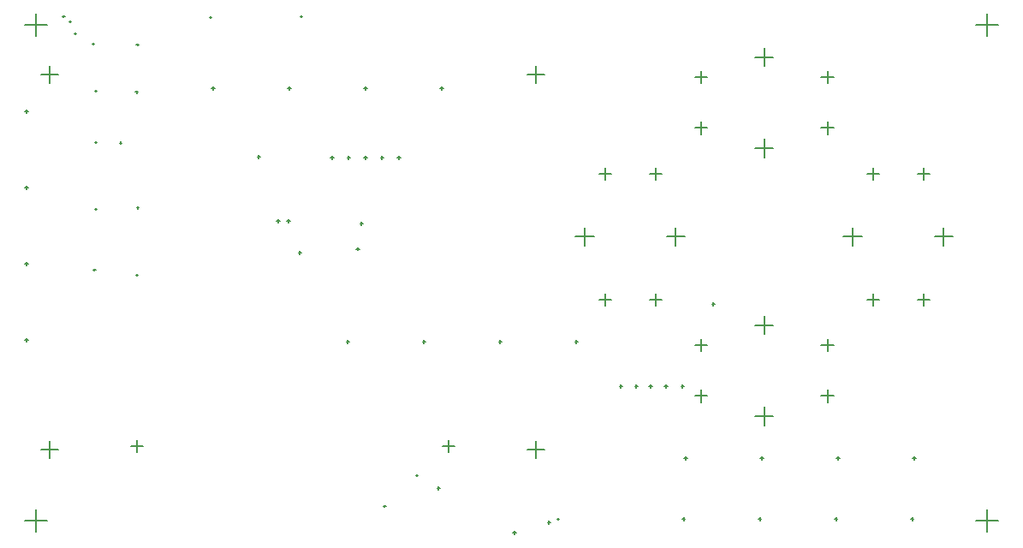
<source format=gbr>
%TF.GenerationSoftware,Altium Limited,Altium Designer,22.5.1 (42)*%
G04 Layer_Color=128*
%FSLAX45Y45*%
%MOMM*%
%TF.SameCoordinates,ADDB7551-072C-4BAF-947E-D85C9ED3ECA7*%
%TF.FilePolarity,Positive*%
%TF.FileFunction,Drillmap*%
%TF.Part,Single*%
G01*
G75*
%TA.AperFunction,NonConductor*%
%ADD32C,0.12700*%
D32*
X4316700Y1037737D02*
X4436700D01*
X4376700Y977737D02*
Y1097737D01*
X5156700Y1002737D02*
X5326700D01*
X5241700Y917737D02*
Y1087737D01*
X5156700Y4712737D02*
X5326700D01*
X5241700Y4627737D02*
Y4797737D01*
X346700Y1002737D02*
X516700D01*
X431700Y917737D02*
Y1087737D01*
X1236700Y1037737D02*
X1356700D01*
X1296700Y977737D02*
Y1097737D01*
X346700Y4712737D02*
X516700D01*
X431700Y4627737D02*
Y4797737D01*
X6814605Y2030600D02*
X6934595D01*
X6874600Y1970605D02*
Y2090595D01*
X6814605Y1530600D02*
X6934595D01*
X6874600Y1470605D02*
Y1590595D01*
X8064605Y1530600D02*
X8184595D01*
X8124600Y1470605D02*
Y1590595D01*
X8064605Y2030600D02*
X8184595D01*
X8124600Y1970605D02*
Y2090595D01*
X7409600Y2230600D02*
X7589600D01*
X7499600Y2140600D02*
Y2320600D01*
X7409600Y1330600D02*
X7589600D01*
X7499600Y1240600D02*
Y1420600D01*
X5864605Y2480600D02*
X5984595D01*
X5924600Y2420605D02*
Y2540595D01*
X6364605Y2480600D02*
X6484595D01*
X6424600Y2420605D02*
Y2540595D01*
X6364605Y3730600D02*
X6484595D01*
X6424600Y3670605D02*
Y3790595D01*
X5864605Y3730600D02*
X5984595D01*
X5924600Y3670605D02*
Y3790595D01*
X5634600Y3105600D02*
X5814600D01*
X5724600Y3015600D02*
Y3195600D01*
X6534600Y3105600D02*
X6714600D01*
X6624600Y3015600D02*
Y3195600D01*
X8514605Y2480600D02*
X8634595D01*
X8574600Y2420605D02*
Y2540595D01*
X9014605Y2480600D02*
X9134595D01*
X9074600Y2420605D02*
Y2540595D01*
X9014605Y3730600D02*
X9134595D01*
X9074600Y3670605D02*
Y3790595D01*
X8514605Y3730600D02*
X8634595D01*
X8574600Y3670605D02*
Y3790595D01*
X8284600Y3105600D02*
X8464600D01*
X8374600Y3015600D02*
Y3195600D01*
X9184600Y3105600D02*
X9364600D01*
X9274600Y3015600D02*
Y3195600D01*
X6814605Y4680600D02*
X6934595D01*
X6874600Y4620605D02*
Y4740595D01*
X6814605Y4180600D02*
X6934595D01*
X6874600Y4120605D02*
Y4240595D01*
X8064605Y4180600D02*
X8184595D01*
X8124600Y4120605D02*
Y4240595D01*
X8064605Y4680600D02*
X8184595D01*
X8124600Y4620605D02*
Y4740595D01*
X7409600Y4880600D02*
X7589600D01*
X7499600Y4790601D02*
Y4970600D01*
X7409600Y3980600D02*
X7589600D01*
X7499600Y3890600D02*
Y4070599D01*
X190000Y300000D02*
X410000D01*
X300000Y190000D02*
Y410000D01*
X9590000Y300000D02*
X9810000D01*
X9700000Y190000D02*
Y410000D01*
X9590000Y5200000D02*
X9810000D01*
X9700000Y5090000D02*
Y5310000D01*
X190000Y5200000D02*
X410000D01*
X300000Y5090000D02*
Y5310000D01*
X188200Y2087034D02*
X218200D01*
X203200Y2072034D02*
Y2102034D01*
X188200Y2840567D02*
X218200D01*
X203200Y2825567D02*
Y2855567D01*
X188200Y3594100D02*
X218200D01*
X203200Y3579100D02*
Y3609100D01*
X188200Y4347633D02*
X218200D01*
X203200Y4332633D02*
Y4362633D01*
X2033934Y4572000D02*
X2063934D01*
X2048934Y4557000D02*
Y4587000D01*
X2787467Y4572000D02*
X2817467D01*
X2802467Y4557000D02*
Y4587000D01*
X3541000Y4572000D02*
X3571000D01*
X3556000Y4557000D02*
Y4587000D01*
X4294533Y4572000D02*
X4324533D01*
X4309533Y4557000D02*
Y4587000D01*
X3367434Y2070100D02*
X3397434D01*
X3382434Y2055100D02*
Y2085100D01*
X4120967Y2070100D02*
X4150967D01*
X4135967Y2055100D02*
Y2085100D01*
X4874500Y2070100D02*
X4904500D01*
X4889500Y2055100D02*
Y2085100D01*
X5628033Y2070100D02*
X5658033D01*
X5643033Y2055100D02*
Y2085100D01*
X6707534Y914400D02*
X6737534D01*
X6722534Y899400D02*
Y929400D01*
X7461067Y914400D02*
X7491067D01*
X7476067Y899400D02*
Y929400D01*
X8214600Y914400D02*
X8244600D01*
X8229600Y899400D02*
Y929400D01*
X8968133Y914400D02*
X8998133D01*
X8983133Y899400D02*
Y929400D01*
X8947721Y314032D02*
X8977721D01*
X8962721Y299032D02*
Y329032D01*
X8194188Y314032D02*
X8224188D01*
X8209188Y299032D02*
Y329032D01*
X7440654Y314032D02*
X7470654D01*
X7455654Y299032D02*
Y329032D01*
X6687121Y314032D02*
X6717121D01*
X6702121Y299032D02*
Y329032D01*
X6982700Y2438400D02*
X7012700D01*
X6997700Y2423400D02*
Y2453400D01*
X1123094Y4035807D02*
X1143093D01*
X1133093Y4025807D02*
Y4045806D01*
X1291099Y5006851D02*
X1311099D01*
X1301099Y4996851D02*
Y5016851D01*
X1295307Y3393693D02*
X1315306D01*
X1305307Y3383694D02*
Y3403693D01*
X4054000Y749300D02*
X4074000D01*
X4064000Y739300D02*
Y759300D01*
X5451000Y317500D02*
X5471000D01*
X5461000Y307500D02*
Y327500D01*
X1285400Y2730500D02*
X1305400D01*
X1295400Y2720500D02*
Y2740500D01*
X853600Y5016500D02*
X873600D01*
X863600Y5006500D02*
Y5026500D01*
X1282607Y4536693D02*
X1302606D01*
X1292607Y4526694D02*
Y4546693D01*
X879000Y4546600D02*
X899000D01*
X889000Y4536600D02*
Y4556600D01*
X3736500Y444500D02*
X3756500D01*
X3746500Y434500D02*
Y454500D01*
X866300Y2781300D02*
X886300D01*
X876300Y2771300D02*
Y2791300D01*
X5357100Y279400D02*
X5387100D01*
X5372100Y264400D02*
Y294400D01*
X5014200Y177800D02*
X5044200D01*
X5029200Y162800D02*
Y192800D01*
X6512800Y1625600D02*
X6542800D01*
X6527800Y1610600D02*
Y1640600D01*
X6220700Y1625600D02*
X6250700D01*
X6235700Y1610600D02*
Y1640600D01*
X6360400Y1625600D02*
X6390400D01*
X6375400Y1610600D02*
Y1640600D01*
X6068300Y1625600D02*
X6098300D01*
X6083300Y1610600D02*
Y1640600D01*
X6677900Y1625600D02*
X6707900D01*
X6692900Y1610600D02*
Y1640600D01*
X4264900Y622300D02*
X4294900D01*
X4279900Y607300D02*
Y637300D01*
X2677400Y3263900D02*
X2707400D01*
X2692400Y3248900D02*
Y3278900D01*
X2779000Y3263900D02*
X2809000D01*
X2794000Y3248900D02*
Y3278900D01*
X2012204Y5278585D02*
X2032204D01*
X2022204Y5268585D02*
Y5288585D01*
X2911000Y5283200D02*
X2931000D01*
X2921000Y5273200D02*
Y5293200D01*
X879000Y3378200D02*
X899000D01*
X889000Y3368200D02*
Y3388200D01*
X879000Y4038600D02*
X899000D01*
X889000Y4028600D02*
Y4048600D01*
X675800Y5118100D02*
X695800D01*
X685800Y5108100D02*
Y5128100D01*
X625000Y5232400D02*
X645000D01*
X635000Y5222400D02*
Y5242400D01*
X561500Y5283200D02*
X581500D01*
X571500Y5273200D02*
Y5293200D01*
X3463309Y2985991D02*
X3493309D01*
X3478309Y2970992D02*
Y3000991D01*
X3871200Y3886200D02*
X3901200D01*
X3886200Y3871200D02*
Y3901200D01*
X3375900Y3886200D02*
X3405900D01*
X3390900Y3871200D02*
Y3901200D01*
X3210800Y3886200D02*
X3240800D01*
X3225800Y3871200D02*
Y3901200D01*
X2893300Y2946400D02*
X2923300D01*
X2908300Y2931400D02*
Y2961400D01*
X3502900Y3238500D02*
X3532900D01*
X3517900Y3223500D02*
Y3253500D01*
X3706100Y3886200D02*
X3736100D01*
X3721100Y3871200D02*
Y3901200D01*
X3541000Y3886200D02*
X3571000D01*
X3556000Y3871200D02*
Y3901200D01*
X2486900Y3898900D02*
X2516900D01*
X2501900Y3883900D02*
Y3913900D01*
%TF.MD5,c1910a6710f82b5b4b4939c9bff863ca*%
M02*

</source>
